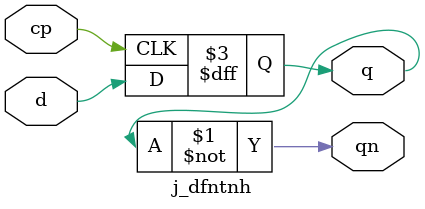
<source format=v>


module j_dfntnh (q, qn, d, cp);
   input d, cp;
   output q, qn;
   reg q;

   assign qn = ~q;

   always @ (posedge cp) 
         q <= d;

endmodule


</source>
